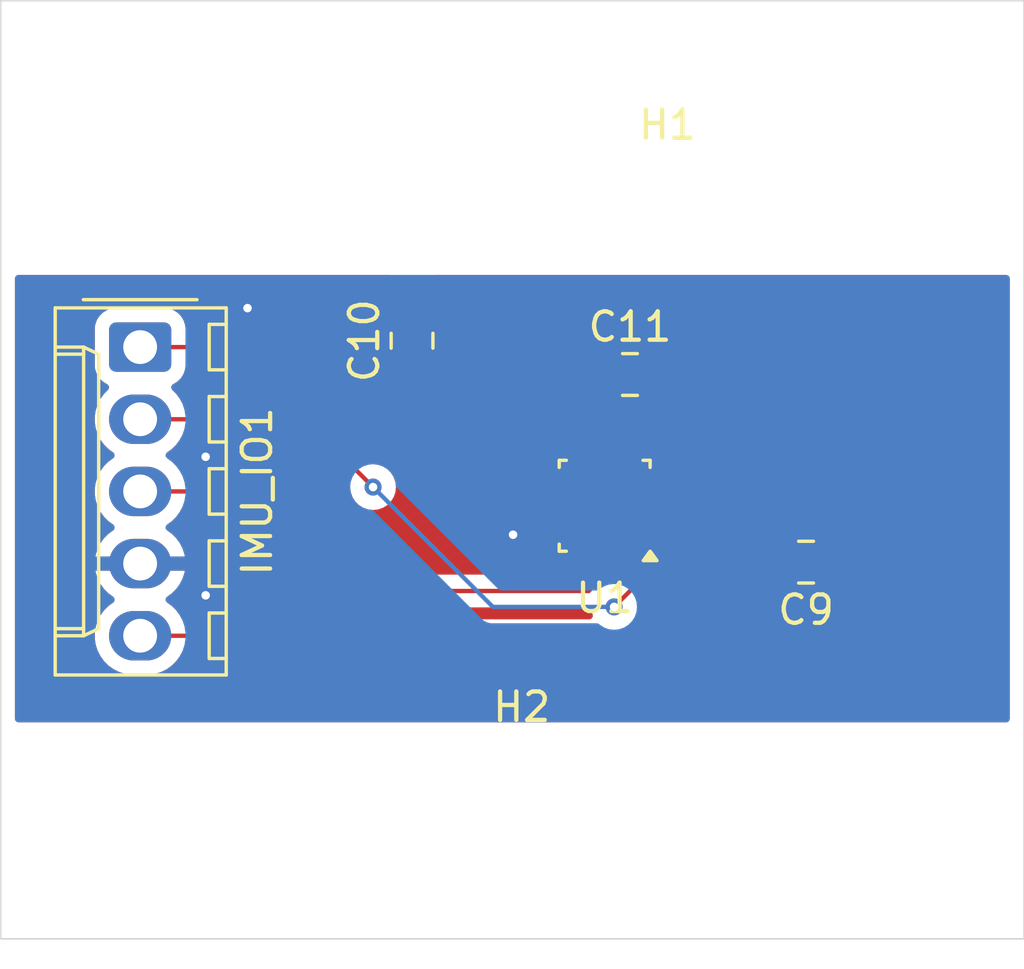
<source format=kicad_pcb>
(kicad_pcb (version 20240108) (generator "pcbnew") (generator_version "8.0")
  (layers (0 "F.Cu" signal) (31 "B.Cu" signal) (34 "B.Paste" user) (35 "F.Paste" user) (36 "B.SilkS" user "B.Silkscreen") (37 "F.SilkS" user "F.Silkscreen") (38 "B.Mask" user) (39 "F.Mask" user) (44 "Edge.Cuts" user))
  (net 0 "")
  (net 1 "/1V8")
  (net 2 "GND")
  (net 3 "/3V3")
  (net 4 "Net-(U1-REGOUT)")
  (net 5 "/SDA")
  (net 6 "/SCL")
  (footprint "Capacitor_SMD:C_0805_2012Metric_Pad1.18x1.45mm_HandSolder" (layer "F.Cu") (at 148.8948 53.7972)
    (property "Reference" "C11" (at 0 -1.68 360) (layer "F.SilkS"))
    (property "Value" "0.1uF")
    (fp_line (start -0.261252 -0.735) (end 0.261252 -0.735) (stroke (width 0.12)) (layer "F.SilkS"))
    (fp_line (start -0.261252 0.735) (end 0.261252 0.735) (stroke (width 0.12)) (layer "F.SilkS"))
    (pad "1" smd roundrect (at -1.0375 0) (size 1.175 1.45) (layers "F.Cu" "F.Paste" "F.Mask") (roundrect_rratio 0.212766) (net 4 "Net-(U1-REGOUT)"))
    (pad "2" smd roundrect (at 1.0375 0) (size 1.175 1.45) (layers "F.Cu" "F.Paste" "F.Mask") (roundrect_rratio 0.212766) (net 2 "GND"))
  )
  (footprint "Capacitor_SMD:C_0805_2012Metric_Pad1.18x1.45mm_HandSolder" (layer "F.Cu") (at 155.0924 60.4012 180)
    (property "Reference" "C9" (at 0 -1.68 360) (layer "F.SilkS"))
    (property "Value" "0.1uF")
    (fp_line (start -0.261252 0.735) (end 0.261252 0.735) (stroke (width 0.12)) (layer "F.SilkS"))
    (fp_line (start -0.261252 -0.735) (end 0.261252 -0.735) (stroke (width 0.12)) (layer "F.SilkS"))
    (pad "1" smd roundrect (at -1.0375 0 180) (size 1.175 1.45) (layers "F.Cu" "F.Paste" "F.Mask") (roundrect_rratio 0.212766) (net 2 "GND"))
    (pad "2" smd roundrect (at 1.0375 0 180) (size 1.175 1.45) (layers "F.Cu" "F.Paste" "F.Mask") (roundrect_rratio 0.212766) (net 1 "/1V8"))
  )
  (footprint "MountingHole:MountingHole_3.2mm_M3" (layer "F.Cu") (at 145.0848 69.6976)
    (property "Reference" "H2" (at 0 -4.2 0) (layer "F.SilkS"))
    (property "Value" "MountingHole")
    (pad "" np_thru_hole circle (at 0 0) (size 3.2 3.2) (drill 3.2) (layers "*.Cu" "*.Mask"))
  )
  (footprint "Connector_Molex:Molex_KK-254_AE-6410-05A_1x05_P2.54mm_Vertical" (layer "F.Cu") (at 131.6536 52.832 -90)
    (property "Reference" "IMU_IO1" (at 5.08 -4.12 90) (layer "F.SilkS"))
    (property "Value" "Conn_01x05_Socket")
    (fp_line (start -1.38 2.99) (end 11.54 2.99) (stroke (width 0.12)) (layer "F.SilkS"))
    (fp_line (start 0 2.99) (end 0 1.99) (stroke (width 0.12)) (layer "F.SilkS"))
    (fp_line (start 0.25 2.99) (end 0.25 1.99) (stroke (width 0.12)) (layer "F.SilkS"))
    (fp_line (start 9.91 2.99) (end 9.91 1.99) (stroke (width 0.12)) (layer "F.SilkS"))
    (fp_line (start 11.54 2.99) (end 11.54 -3.03) (stroke (width 0.12)) (layer "F.SilkS"))
    (fp_line (start 0 1.99) (end 10.16 1.99) (stroke (width 0.12)) (layer "F.SilkS"))
    (fp_line (start 0 1.99) (end 0.25 1.46) (stroke (width 0.12)) (layer "F.SilkS"))
    (fp_line (start 10.16 1.99) (end 10.16 2.99) (stroke (width 0.12)) (layer "F.SilkS"))
    (fp_line (start 0.25 1.46) (end 9.91 1.46) (stroke (width 0.12)) (layer "F.SilkS"))
    (fp_line (start 9.91 1.46) (end 10.16 1.99) (stroke (width 0.12)) (layer "F.SilkS"))
    (fp_line (start -1.67 -2) (end -1.67 2) (stroke (width 0.12)) (layer "F.SilkS"))
    (fp_line (start -0.8 -2.43) (end 0.8 -2.43) (stroke (width 0.12)) (layer "F.SilkS"))
    (fp_line (start 0.8 -2.43) (end 0.8 -3.03) (stroke (width 0.12)) (layer "F.SilkS"))
    (fp_line (start 1.74 -2.43) (end 3.34 -2.43) (stroke (width 0.12)) (layer "F.SilkS"))
    (fp_line (start 3.34 -2.43) (end 3.34 -3.03) (stroke (width 0.12)) (layer "F.SilkS"))
    (fp_line (start 4.28 -2.43) (end 5.88 -2.43) (stroke (width 0.12)) (layer "F.SilkS"))
    (fp_line (start 5.88 -2.43) (end 5.88 -3.03) (stroke (width 0.12)) (layer "F.SilkS"))
    (fp_line (start 6.82 -2.43) (end 8.42 -2.43) (stroke (width 0.12)) (layer "F.SilkS"))
    (fp_line (start 8.42 -2.43) (end 8.42 -3.03) (stroke (width 0.12)) (layer "F.SilkS"))
    (fp_line (start 9.36 -2.43) (end 10.96 -2.43) (stroke (width 0.12)) (layer "F.SilkS"))
    (fp_line (start 10.96 -2.43) (end 10.96 -3.03) (stroke (width 0.12)) (layer "F.SilkS"))
    (fp_line (start -1.38 -3.03) (end -1.38 2.99) (stroke (width 0.12)) (layer "F.SilkS"))
    (fp_line (start -0.8 -3.03) (end -0.8 -2.43) (stroke (width 0.12)) (layer "F.SilkS"))
    (fp_line (start 1.74 -3.03) (end 1.74 -2.43) (stroke (width 0.12)) (layer "F.SilkS"))
    (fp_line (start 4.28 -3.03) (end 4.28 -2.43) (stroke (width 0.12)) (layer "F.SilkS"))
    (fp_line (start 6.82 -3.03) (end 6.82 -2.43) (stroke (width 0.12)) (layer "F.SilkS"))
    (fp_line (start 9.36 -3.03) (end 9.36 -2.43) (stroke (width 0.12)) (layer "F.SilkS"))
    (fp_line (start 11.54 -3.03) (end -1.38 -3.03) (stroke (width 0.12)) (layer "F.SilkS"))
    (pad "1" thru_hole roundrect (at 0 0 270) (size 1.74 2.19) (drill 1.19) (layers "*.Cu" "*.Mask") (roundrect_rratio 0.143678) (net 3 "/3V3"))
    (pad "2" thru_hole oval (at 2.54 0 270) (size 1.74 2.19) (drill 1.19) (layers "*.Cu" "*.Mask") (net 5 "/SDA"))
    (pad "3" thru_hole oval (at 5.08 0 270) (size 1.74 2.19) (drill 1.19) (layers "*.Cu" "*.Mask") (net 6 "/SCL"))
    (pad "4" thru_hole oval (at 7.62 0 270) (size 1.74 2.19) (drill 1.19) (layers "*.Cu" "*.Mask") (net 2 "GND"))
    (pad "5" thru_hole oval (at 10.16 0 270) (size 1.74 2.19) (drill 1.19) (layers "*.Cu" "*.Mask") (net 1 "/1V8"))
  )
  (footprint "Capacitor_SMD:C_0805_2012Metric_Pad1.18x1.45mm_HandSolder" (layer "F.Cu") (at 141.224 52.6073 90)
    (property "Reference" "C10" (at 0 -1.68 90) (layer "F.SilkS"))
    (property "Value" "0.1uF")
    (fp_line (start -0.261252 -0.735) (end 0.261252 -0.735) (stroke (width 0.12)) (layer "F.SilkS"))
    (fp_line (start -0.261252 0.735) (end 0.261252 0.735) (stroke (width 0.12)) (layer "F.SilkS"))
    (pad "1" smd roundrect (at -1.0375 0 90) (size 1.175 1.45) (layers "F.Cu" "F.Paste" "F.Mask") (roundrect_rratio 0.212766) (net 3 "/3V3"))
    (pad "2" smd roundrect (at 1.0375 0 90) (size 1.175 1.45) (layers "F.Cu" "F.Paste" "F.Mask") (roundrect_rratio 0.212766) (net 2 "GND"))
  )
  (footprint "Sensor_Motion:InvenSense_QFN-24_3x3mm_P0.4mm" (layer "F.Cu") (at 148.0044 58.4168 180)
    (property "Reference" "U1" (at 0 -3.25 360) (layer "F.SilkS"))
    (property "Value" "ICM-20948")
    (fp_line (start 1.6 1.6) (end 1.6 1.35) (stroke (width 0.12)) (layer "F.SilkS"))
    (fp_line (start 1.6 1.6) (end 1.35 1.6) (stroke (width 0.12)) (layer "F.SilkS"))
    (fp_line (start 1.6 -1.6) (end 1.6 -1.35) (stroke (width 0.12)) (layer "F.SilkS"))
    (fp_line (start 1.6 -1.6) (end 1.35 -1.6) (stroke (width 0.12)) (layer "F.SilkS"))
    (fp_line (start -1.6 1.6) (end -1.35 1.6) (stroke (width 0.12)) (layer "F.SilkS"))
    (fp_line (start -1.6 1.6) (end -1.6 1.35) (stroke (width 0.12)) (layer "F.SilkS"))
    (fp_poly (pts (xy -1.6 -1.6) (xy -1.84 -1.93) (xy -1.36 -1.93) (xy -1.6 -1.6)) (stroke (width 0.12)) (fill solid) (layer "F.SilkS"))
    (pad "1" smd roundrect (at -1.5 -1 180) (size 0.55 0.2) (layers "F.Cu" "F.Paste" "F.Mask"))
    (pad "2" smd roundrect (at -1.5 -0.6 180) (size 0.55 0.2) (layers "F.Cu" "F.Paste" "F.Mask"))
    (pad "3" smd roundrect (at -1.5 -0.2 180) (size 0.55 0.2) (layers "F.Cu" "F.Paste" "F.Mask"))
    (pad "4" smd roundrect (at -1.5 0.2 180) (size 0.55 0.2) (layers "F.Cu" "F.Paste" "F.Mask"))
    (pad "5" smd roundrect (at -1.5 0.6 180) (size 0.55 0.2) (layers "F.Cu" "F.Paste" "F.Mask"))
    (pad "6" smd roundrect (at -1.5 1 180) (size 0.55 0.2) (layers "F.Cu" "F.Paste" "F.Mask"))
    (pad "7" smd roundrect (at -1 1.5 270) (size 0.55 0.2) (layers "F.Cu" "F.Paste" "F.Mask"))
    (pad "8" smd roundrect (at -0.6 1.5 270) (size 0.55 0.2) (layers "F.Cu" "F.Paste" "F.Mask") (net 1 "/1V8"))
    (pad "9" smd roundrect (at -0.2 1.5 270) (size 0.55 0.2) (layers "F.Cu" "F.Paste" "F.Mask"))
    (pad "10" smd roundrect (at 0.2 1.5 270) (size 0.55 0.2) (layers "F.Cu" "F.Paste" "F.Mask") (net 4 "Net-(U1-REGOUT)"))
    (pad "11" smd roundrect (at 0.6 1.5 270) (size 0.55 0.2) (layers "F.Cu" "F.Paste" "F.Mask"))
    (pad "12" smd roundrect (at 1 1.5 270) (size 0.55 0.2) (layers "F.Cu" "F.Paste" "F.Mask"))
    (pad "13" smd roundrect (at 1.5 1 180) (size 0.55 0.2) (layers "F.Cu" "F.Paste" "F.Mask") (net 3 "/3V3"))
    (pad "14" smd roundrect (at 1.5 0.6 180) (size 0.55 0.2) (layers "F.Cu" "F.Paste" "F.Mask"))
    (pad "15" smd roundrect (at 1.5 0.2 180) (size 0.55 0.2) (layers "F.Cu" "F.Paste" "F.Mask"))
    (pad "16" smd roundrect (at 1.5 -0.2 180) (size 0.55 0.2) (layers "F.Cu" "F.Paste" "F.Mask"))
    (pad "17" smd roundrect (at 1.5 -0.6 180) (size 0.55 0.2) (layers "F.Cu" "F.Paste" "F.Mask"))
    (pad "18" smd roundrect (at 1.5 -1 180) (size 0.55 0.2) (layers "F.Cu" "F.Paste" "F.Mask") (net 2 "GND"))
    (pad "19" smd roundrect (at 1 -1.5 270) (size 0.55 0.2) (layers "F.Cu" "F.Paste" "F.Mask"))
    (pad "20" smd roundrect (at 0.6 -1.5 270) (size 0.55 0.2) (layers "F.Cu" "F.Paste" "F.Mask") (net 2 "GND"))
    (pad "21" smd roundrect (at 0.2 -1.5 270) (size 0.55 0.2) (layers "F.Cu" "F.Paste" "F.Mask"))
    (pad "22" smd roundrect (at -0.2 -1.5 270) (size 0.55 0.2) (layers "F.Cu" "F.Paste" "F.Mask"))
    (pad "23" smd roundrect (at -0.6 -1.5 270) (size 0.55 0.2) (layers "F.Cu" "F.Paste" "F.Mask") (net 6 "/SCL"))
    (pad "24" smd roundrect (at -1 -1.5 270) (size 0.55 0.2) (layers "F.Cu" "F.Paste" "F.Mask") (net 5 "/SDA"))
    (zone (net 0) (net_name "") (layer "F.Cu") (connect_pads (clearance 0)) (min_thickness 0.254)
      (keepout (tracks not_allowed) (vias not_allowed) (pads not_allowed) (copperpour not_allowed) (footprints allowed))
      (fill (thermal_gap 0.508) (thermal_bridge_width 0.508))
      (polygon (pts (xy 148.8794 59.2118) (xy 147.1294 59.2118) (xy 147.1294 57.6218) (xy 148.8794 57.6218)))
    )
  )
  (footprint "MountingHole:MountingHole_3.2mm_M3" (layer "F.Cu") (at 145.0848 44.8056)
    (property "Reference" "H1" (at 5.1308 0.2032 0) (layer "F.SilkS"))
    (property "Value" "MountingHole")
    (pad "" np_thru_hole circle (at 0 0) (size 3.2 3.2) (drill 3.2) (layers "*.Cu" "*.Mask"))
  )
  (gr_rect (start 126.746 40.64) (end 162.7632 73.66) (stroke (width 0.05)) (fill none) (layer "Edge.Cuts"))
  (segment (start 148.6044 56.579096) (end 148.6044 56.9168) (width 0.1524) (layer "F.Cu") (net 1))
  (segment (start 131.6536 62.992) (end 151.4641 62.992) (width 0.1524) (layer "F.Cu") (net 1))
  (segment (start 154.0549 56.1633) (end 153.416 55.5244) (width 0.1524) (layer "F.Cu") (net 1))
  (segment (start 149.659096 55.5244) (end 148.6044 56.579096) (width 0.1524) (layer "F.Cu") (net 1))
  (segment (start 153.416 55.5244) (end 149.659096 55.5244) (width 0.1524) (layer "F.Cu") (net 1))
  (segment (start 154.0549 60.4012) (end 154.0549 56.1633) (width 0.1524) (layer "F.Cu") (net 1))
  (segment (start 151.4641 62.992) (end 154.0549 60.4012) (width 0.1524) (layer "F.Cu") (net 1))
  (segment (start 146.5044 59.4168) (end 144.7992 59.4168) (width 0.1524) (layer "F.Cu") (net 2))
  (segment (start 145.812 60.468) (end 144.78 59.436) (width 0.1524) (layer "F.Cu") (net 2))
  (segment (start 144.7992 59.4168) (end 144.78 59.436) (width 0.1524) (layer "F.Cu") (net 2))
  (segment (start 147.4044 60.254504) (end 147.190904 60.468) (width 0.1524) (layer "F.Cu") (net 2))
  (segment (start 147.4044 59.9168) (end 147.4044 60.254504) (width 0.1524) (layer "F.Cu") (net 2))
  (segment (start 147.190904 60.468) (end 145.812 60.468) (width 0.1524) (layer "F.Cu") (net 2))
  (via (at 144.78 59.436) (size 0.6) (drill 0.3) (layers "F.Cu" "B.Cu") (net 2))
  (via (at 133.9596 61.5696) (size 0.6) (drill 0.3) (layers "F.Cu" "B.Cu") (net 2))
  (via (at 133.9596 56.6928) (size 0.6) (drill 0.3) (layers "F.Cu" "B.Cu") (net 2))
  (via (at 135.4328 51.4604) (size 0.6) (drill 0.3) (layers "F.Cu" "B.Cu") (net 2))
  (segment (start 133.9596 61.5696) (end 133.9596 56.6928) (width 0.762) (layer "B.Cu") (net 2))
  (segment (start 133.9596 52.9336) (end 135.4328 51.4604) (width 0.762) (layer "B.Cu") (net 2))
  (segment (start 143.4084 59.436) (end 144.78 59.436) (width 0.762) (layer "B.Cu") (net 2))
  (segment (start 133.9596 56.6928) (end 133.9596 52.9336) (width 0.762) (layer "B.Cu") (net 2))
  (segment (start 135.4328 51.4604) (end 143.4084 59.436) (width 0.762) (layer "B.Cu") (net 2))
  (segment (start 141.1732 53.6448) (end 140.3604 52.832) (width 0.1524) (layer "F.Cu") (net 3))
  (segment (start 140.3604 52.832) (end 131.6536 52.832) (width 0.1524) (layer "F.Cu") (net 3))
  (segment (start 144.996 57.4168) (end 141.224 53.6448) (width 0.1524) (layer "F.Cu") (net 3))
  (segment (start 146.5044 57.4168) (end 144.996 57.4168) (width 0.1524) (layer "F.Cu") (net 3))
  (segment (start 141.224 53.6448) (end 141.1732 53.6448) (width 0.1524) (layer "F.Cu") (net 3))
  (segment (start 147.8044 53.8501) (end 147.8044 56.9168) (width 0.1524) (layer "F.Cu") (net 4))
  (segment (start 147.8573 53.7972) (end 147.8044 53.8501) (width 0.1524) (layer "F.Cu") (net 4))
  (segment (start 149.0044 61.3076) (end 148.336 61.976) (width 0.1524) (layer "F.Cu") (net 5))
  (segment (start 137.4648 55.372) (end 139.8524 57.7596) (width 0.1524) (layer "F.Cu") (net 5))
  (segment (start 131.6536 55.372) (end 137.4648 55.372) (width 0.1524) (layer "F.Cu") (net 5))
  (segment (start 149.0044 59.9168) (end 149.0044 61.3076) (width 0.1524) (layer "F.Cu") (net 5))
  (via (at 148.336 61.976) (size 0.6) (drill 0.3) (layers "F.Cu" "B.Cu") (net 5))
  (via (at 139.8524 57.7596) (size 0.6) (drill 0.3) (layers "F.Cu" "B.Cu") (net 5))
  (segment (start 139.8524 57.7596) (end 144.0688 61.976) (width 0.1524) (layer "B.Cu") (net 5))
  (segment (start 144.0688 61.976) (end 148.336 61.976) (width 0.1524) (layer "B.Cu") (net 5))
  (segment (start 131.6536 57.912) (end 137.2108 57.912) (width 0.1524) (layer "F.Cu") (net 6))
  (segment (start 147.441704 61.4172) (end 148.6044 60.254504) (width 0.1524) (layer "F.Cu") (net 6))
  (segment (start 148.6044 60.254504) (end 148.6044 59.9168) (width 0.1524) (layer "F.Cu") (net 6))
  (segment (start 137.2108 57.912) (end 140.716 61.4172) (width 0.1524) (layer "F.Cu") (net 6))
  (segment (start 140.716 61.4172) (end 147.441704 61.4172) (width 0.1524) (layer "F.Cu") (net 6))
  (zone (net 2) (net_name "GND") (layers "F&B.Cu") (connect_pads (clearance 0.5)) (min_thickness 0.25) (fill yes (thermal_gap 0.5) (thermal_bridge_width 0.5))
    (polygon (pts (xy 162.56 50.292) (xy 127 50.292) (xy 127 66.04) (xy 162.56 66.04)))
  )
)
</source>
